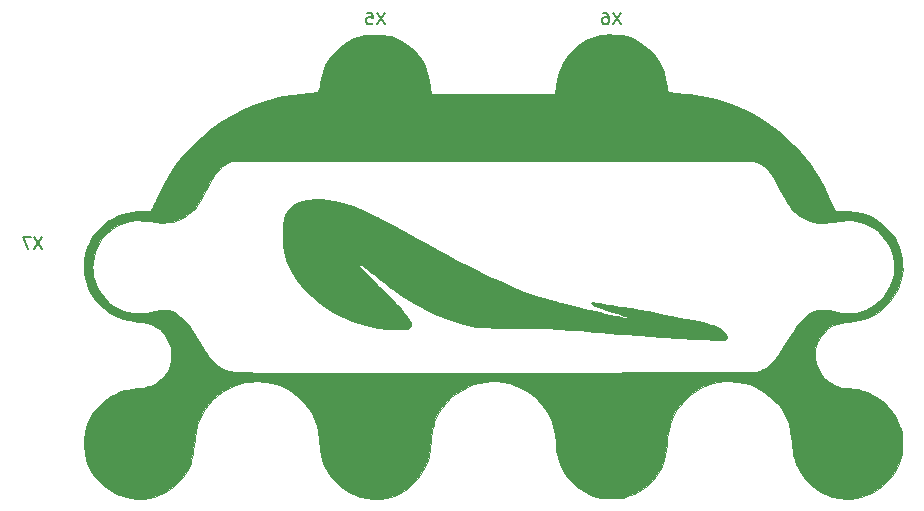
<source format=gbr>
G04 #@! TF.FileFunction,Legend,Bot*
%FSLAX46Y46*%
G04 Gerber Fmt 4.6, Leading zero omitted, Abs format (unit mm)*
G04 Created by KiCad (PCBNEW 4.0.7-e2-6376~58~ubuntu16.04.1) date Fri Oct  5 04:37:02 2018*
%MOMM*%
%LPD*%
G01*
G04 APERTURE LIST*
%ADD10C,0.100000*%
%ADD11C,0.010000*%
%ADD12C,0.150000*%
G04 APERTURE END LIST*
D10*
D11*
G36*
X110466994Y-58330877D02*
X110030856Y-58389962D01*
X109636821Y-58485579D01*
X109251090Y-58627716D01*
X108904190Y-58792732D01*
X108350975Y-59123592D01*
X107858337Y-59513084D01*
X107427432Y-59960083D01*
X107059416Y-60463465D01*
X106890297Y-60752667D01*
X106713442Y-61110490D01*
X106576078Y-61461736D01*
X106471913Y-61828718D01*
X106394655Y-62233751D01*
X106338010Y-62699150D01*
X106336272Y-62717354D01*
X106309611Y-62942033D01*
X106277330Y-63124488D01*
X106242790Y-63247367D01*
X106227624Y-63278271D01*
X106162715Y-63377334D01*
X95794952Y-63377334D01*
X95735487Y-63282084D01*
X95705264Y-63195212D01*
X95677545Y-63046489D01*
X95656214Y-62858715D01*
X95650766Y-62784667D01*
X95577667Y-62140056D01*
X95441003Y-61547729D01*
X95237941Y-61000975D01*
X94965646Y-60493084D01*
X94621283Y-60017344D01*
X94356856Y-59721551D01*
X93906540Y-59310140D01*
X93412584Y-58961392D01*
X92885797Y-58681447D01*
X92336986Y-58476445D01*
X92025334Y-58396939D01*
X91744538Y-58353007D01*
X91411652Y-58326035D01*
X91050951Y-58315835D01*
X90686712Y-58322217D01*
X90343208Y-58344993D01*
X90044716Y-58383974D01*
X89903701Y-58413452D01*
X89487335Y-58541423D01*
X89061572Y-58714791D01*
X88663096Y-58917620D01*
X88465300Y-59038292D01*
X88249629Y-59197833D01*
X88005119Y-59407807D01*
X87750808Y-59649194D01*
X87505732Y-59902970D01*
X87288926Y-60150116D01*
X87119428Y-60371610D01*
X87095776Y-60406731D01*
X86804341Y-60924108D01*
X86577650Y-61483909D01*
X86422548Y-62066785D01*
X86359148Y-62488876D01*
X86326002Y-62738188D01*
X86275883Y-62925691D01*
X86197229Y-63061013D01*
X86078477Y-63153786D01*
X85908064Y-63213638D01*
X85674427Y-63250201D01*
X85421334Y-63269932D01*
X84710257Y-63330088D01*
X83977568Y-63424945D01*
X83250428Y-63549922D01*
X82555995Y-63700439D01*
X82012247Y-63844886D01*
X80944606Y-64196430D01*
X79930908Y-64611831D01*
X78966470Y-65093864D01*
X78046605Y-65645302D01*
X77166629Y-66268921D01*
X76321856Y-66967495D01*
X75620014Y-67630255D01*
X74867804Y-68439668D01*
X74187192Y-69291567D01*
X73575479Y-70189989D01*
X73029965Y-71138973D01*
X72547951Y-72142557D01*
X72449284Y-72373167D01*
X72325803Y-72660347D01*
X72224193Y-72877436D01*
X72138742Y-73034391D01*
X72063739Y-73141171D01*
X71993474Y-73207732D01*
X71958438Y-73228989D01*
X71858548Y-73255091D01*
X71682589Y-73273120D01*
X71438839Y-73282364D01*
X71324334Y-73283443D01*
X70836821Y-73294483D01*
X70412879Y-73327674D01*
X70033349Y-73387167D01*
X69679070Y-73477113D01*
X69330884Y-73601663D01*
X68969630Y-73764968D01*
X68869000Y-73815409D01*
X68329644Y-74136807D01*
X67846301Y-74520952D01*
X67421792Y-74964720D01*
X67058939Y-75464986D01*
X66760562Y-76018628D01*
X66654554Y-76267834D01*
X66466492Y-76855760D01*
X66359982Y-77450095D01*
X66332897Y-78044359D01*
X66383107Y-78632075D01*
X66508484Y-79206766D01*
X66706901Y-79761954D01*
X66976229Y-80291161D01*
X67314339Y-80787910D01*
X67719105Y-81245723D01*
X68188396Y-81658122D01*
X68498455Y-81880009D01*
X68862620Y-82096189D01*
X69244106Y-82271389D01*
X69657566Y-82410184D01*
X70117656Y-82517147D01*
X70639027Y-82596854D01*
X70879438Y-82623267D01*
X71331348Y-82679261D01*
X71714110Y-82753808D01*
X72042300Y-82852889D01*
X72330499Y-82982483D01*
X72593285Y-83148568D01*
X72845235Y-83357123D01*
X72975344Y-83482864D01*
X73229291Y-83768657D01*
X73424118Y-84061732D01*
X73577168Y-84391146D01*
X73659403Y-84628667D01*
X73704117Y-84787062D01*
X73733054Y-84936137D01*
X73749142Y-85101707D01*
X73755308Y-85309582D01*
X73755406Y-85475334D01*
X73751465Y-85718041D01*
X73740541Y-85902744D01*
X73719062Y-86056038D01*
X73683456Y-86204517D01*
X73637622Y-86352248D01*
X73460400Y-86767067D01*
X73217473Y-87149600D01*
X72919979Y-87486412D01*
X72579056Y-87764069D01*
X72356390Y-87897676D01*
X72179847Y-87983825D01*
X72004127Y-88053916D01*
X71813449Y-88111815D01*
X71592031Y-88161392D01*
X71324091Y-88206513D01*
X70993847Y-88251047D01*
X70837500Y-88269949D01*
X70423481Y-88323831D01*
X70076393Y-88381378D01*
X69778505Y-88446979D01*
X69512084Y-88525022D01*
X69259399Y-88619896D01*
X69054310Y-88711295D01*
X68647146Y-88923529D01*
X68291950Y-89155435D01*
X67956073Y-89429521D01*
X67796463Y-89578478D01*
X67390813Y-90014427D01*
X67058353Y-90471766D01*
X66787927Y-90968203D01*
X66568379Y-91521444D01*
X66564018Y-91534443D01*
X66431892Y-92047088D01*
X66361694Y-92594844D01*
X66353010Y-93157341D01*
X66405428Y-93714209D01*
X66518536Y-94245077D01*
X66625470Y-94569326D01*
X66888770Y-95143080D01*
X67217295Y-95668715D01*
X67605375Y-96141613D01*
X68047344Y-96557152D01*
X68537532Y-96910713D01*
X69070271Y-97197676D01*
X69639893Y-97413421D01*
X70240729Y-97553329D01*
X70297685Y-97562276D01*
X70844464Y-97616578D01*
X71364576Y-97606658D01*
X71885428Y-97530687D01*
X72293260Y-97429201D01*
X72852262Y-97225306D01*
X73387313Y-96945985D01*
X73888380Y-96599324D01*
X74345429Y-96193412D01*
X74748426Y-95736337D01*
X75087338Y-95236187D01*
X75148939Y-95127334D01*
X75243087Y-94945527D01*
X75324505Y-94763536D01*
X75395508Y-94571173D01*
X75458413Y-94358248D01*
X75515538Y-94114575D01*
X75569200Y-93829964D01*
X75621714Y-93494227D01*
X75675398Y-93097176D01*
X75732569Y-92628623D01*
X75748790Y-92489517D01*
X75834734Y-91911150D01*
X75954741Y-91395348D01*
X76115750Y-90924474D01*
X76324702Y-90480889D01*
X76588539Y-90046953D01*
X76853230Y-89682699D01*
X77236137Y-89248017D01*
X77677251Y-88850352D01*
X78162746Y-88498310D01*
X78678797Y-88200494D01*
X79211578Y-87965510D01*
X79747264Y-87801962D01*
X79939167Y-87762047D01*
X80199786Y-87726784D01*
X80517525Y-87702134D01*
X80865422Y-87688779D01*
X81216515Y-87687398D01*
X81543843Y-87698675D01*
X81759500Y-87716061D01*
X82322630Y-87817765D01*
X82885245Y-87998436D01*
X83436913Y-88252960D01*
X83967200Y-88576220D01*
X84465674Y-88963101D01*
X84655462Y-89136089D01*
X85068405Y-89573652D01*
X85414357Y-90038929D01*
X85710910Y-90555891D01*
X85739391Y-90613113D01*
X85837940Y-90818633D01*
X85921699Y-91007824D01*
X85993047Y-91191340D01*
X86054366Y-91379836D01*
X86108036Y-91583966D01*
X86156438Y-91814386D01*
X86201952Y-92081748D01*
X86246960Y-92396708D01*
X86293841Y-92769920D01*
X86344977Y-93212038D01*
X86369799Y-93434398D01*
X86466521Y-94029669D01*
X86621419Y-94572308D01*
X86839714Y-95075745D01*
X87126627Y-95553412D01*
X87270996Y-95752395D01*
X87667152Y-96204512D01*
X88121533Y-96603984D01*
X88623710Y-96945247D01*
X89163256Y-97222735D01*
X89729741Y-97430885D01*
X90312737Y-97564132D01*
X90755334Y-97611607D01*
X91379017Y-97603821D01*
X91989514Y-97514180D01*
X92579952Y-97345261D01*
X93143455Y-97099640D01*
X93673149Y-96779894D01*
X94162158Y-96388599D01*
X94257381Y-96299176D01*
X94553924Y-95981038D01*
X94820353Y-95624047D01*
X95069648Y-95209836D01*
X95190107Y-94979167D01*
X95306509Y-94738646D01*
X95401630Y-94519385D01*
X95478890Y-94306926D01*
X95541711Y-94086810D01*
X95593514Y-93844579D01*
X95637721Y-93565776D01*
X95677754Y-93235943D01*
X95717034Y-92840620D01*
X95730031Y-92697614D01*
X95764808Y-92340804D01*
X95800894Y-92048706D01*
X95842121Y-91801399D01*
X95892322Y-91578966D01*
X95955327Y-91361489D01*
X96028133Y-91148000D01*
X96282734Y-90562603D01*
X96610395Y-90011375D01*
X97004029Y-89501191D01*
X97456549Y-89038931D01*
X97960866Y-88631470D01*
X98509895Y-88285686D01*
X99096548Y-88008457D01*
X99365254Y-87909803D01*
X99804091Y-87793452D01*
X100294459Y-87716909D01*
X100812804Y-87680857D01*
X101335572Y-87685979D01*
X101839210Y-87732957D01*
X102300164Y-87822473D01*
X102308148Y-87824536D01*
X102957408Y-88034775D01*
X103560039Y-88315197D01*
X104113563Y-88663744D01*
X104615506Y-89078358D01*
X105063390Y-89556980D01*
X105454740Y-90097551D01*
X105787079Y-90698013D01*
X105801782Y-90728893D01*
X105953258Y-91082191D01*
X106075486Y-91444930D01*
X106171985Y-91832996D01*
X106246274Y-92262276D01*
X106301872Y-92748659D01*
X106330557Y-93116500D01*
X106362999Y-93496783D01*
X106408891Y-93820468D01*
X106474213Y-94115295D01*
X106564947Y-94409003D01*
X106668259Y-94682834D01*
X106937836Y-95243131D01*
X107276368Y-95756676D01*
X107680019Y-96219953D01*
X108144948Y-96629447D01*
X108667319Y-96981642D01*
X109243294Y-97273024D01*
X109678334Y-97439605D01*
X109795996Y-97478361D01*
X109897640Y-97507816D01*
X109997346Y-97529252D01*
X110109196Y-97543951D01*
X110247270Y-97553195D01*
X110425647Y-97558266D01*
X110658408Y-97560448D01*
X110959634Y-97561022D01*
X111011834Y-97561049D01*
X111985500Y-97561500D01*
X112375090Y-97425392D01*
X112962533Y-97181030D01*
X113507627Y-96875493D01*
X114003001Y-96514795D01*
X114441282Y-96104949D01*
X114815099Y-95651969D01*
X115092254Y-95208797D01*
X115259976Y-94876357D01*
X115392945Y-94560833D01*
X115496423Y-94242676D01*
X115575676Y-93902335D01*
X115635968Y-93520261D01*
X115682563Y-93076905D01*
X115689869Y-92989500D01*
X115756724Y-92364657D01*
X115852743Y-91808069D01*
X115982078Y-91307103D01*
X116148881Y-90849126D01*
X116357305Y-90421505D01*
X116611501Y-90011607D01*
X116717776Y-89862192D01*
X117155756Y-89333274D01*
X117639536Y-88873555D01*
X118165304Y-88485003D01*
X118729252Y-88169587D01*
X119327570Y-87929277D01*
X119956447Y-87766039D01*
X120612074Y-87681844D01*
X120960167Y-87669959D01*
X121644741Y-87707189D01*
X122297033Y-87822592D01*
X122916396Y-88015902D01*
X123502184Y-88286854D01*
X124053752Y-88635183D01*
X124570452Y-89060624D01*
X124731775Y-89216465D01*
X125167705Y-89700557D01*
X125525634Y-90203027D01*
X125809919Y-90733099D01*
X126024923Y-91299997D01*
X126175005Y-91912945D01*
X126249658Y-92427571D01*
X126277969Y-92691347D01*
X126307930Y-92969130D01*
X126336062Y-93228748D01*
X126358888Y-93438027D01*
X126359868Y-93446964D01*
X126428490Y-93907560D01*
X126531877Y-94320732D01*
X126679416Y-94719832D01*
X126779979Y-94939644D01*
X127081928Y-95471555D01*
X127447701Y-95959871D01*
X127869084Y-96397521D01*
X128337864Y-96777433D01*
X128845829Y-97092537D01*
X129384764Y-97335762D01*
X129674131Y-97431371D01*
X129880409Y-97480674D01*
X130139925Y-97527439D01*
X130425025Y-97568129D01*
X130708058Y-97599206D01*
X130961372Y-97617131D01*
X131141334Y-97619087D01*
X131255964Y-97612142D01*
X131421492Y-97599013D01*
X131604611Y-97582370D01*
X131628167Y-97580068D01*
X132113980Y-97493680D01*
X132610009Y-97333177D01*
X133102651Y-97105694D01*
X133578301Y-96818362D01*
X134023356Y-96478315D01*
X134385188Y-96134488D01*
X134781249Y-95662103D01*
X135107463Y-95153517D01*
X135371154Y-94596408D01*
X135486925Y-94280667D01*
X135525079Y-94164186D01*
X135554170Y-94063380D01*
X135575426Y-93964409D01*
X135590077Y-93853436D01*
X135599351Y-93716620D01*
X135604477Y-93540124D01*
X135606684Y-93310108D01*
X135607201Y-93012733D01*
X135607210Y-92926000D01*
X135606946Y-92609829D01*
X135605338Y-92364725D01*
X135601169Y-92177086D01*
X135593222Y-92033313D01*
X135580282Y-91919806D01*
X135561132Y-91822964D01*
X135534557Y-91729188D01*
X135499339Y-91624876D01*
X135487965Y-91592500D01*
X135227939Y-90972803D01*
X134904267Y-90408793D01*
X134517837Y-89901431D01*
X134069539Y-89451676D01*
X133560264Y-89060489D01*
X132990899Y-88728828D01*
X132713078Y-88598276D01*
X132322236Y-88455321D01*
X131887864Y-88351822D01*
X131395312Y-88284603D01*
X131188568Y-88267825D01*
X130841609Y-88238669D01*
X130556898Y-88200052D01*
X130312123Y-88146724D01*
X130084969Y-88073432D01*
X129853125Y-87974925D01*
X129765500Y-87932910D01*
X129367396Y-87691311D01*
X129021767Y-87384454D01*
X128731685Y-87015838D01*
X128500220Y-86588963D01*
X128426211Y-86406667D01*
X128362922Y-86223624D01*
X128320891Y-86062228D01*
X128294586Y-85891922D01*
X128278476Y-85682149D01*
X128272759Y-85558908D01*
X128269970Y-85221001D01*
X128296299Y-84933758D01*
X128358202Y-84666268D01*
X128462133Y-84387617D01*
X128562565Y-84170965D01*
X128682123Y-83951720D01*
X128818256Y-83758505D01*
X128994242Y-83559557D01*
X129059765Y-83492521D01*
X129302796Y-83268181D01*
X129547674Y-83088018D01*
X129809503Y-82945699D01*
X130103385Y-82834892D01*
X130444422Y-82749263D01*
X130847719Y-82682478D01*
X131052086Y-82657052D01*
X131538030Y-82593050D01*
X131956405Y-82518379D01*
X132324094Y-82428372D01*
X132657982Y-82318363D01*
X132974954Y-82183684D01*
X133225361Y-82056309D01*
X133747405Y-81725875D01*
X134217065Y-81332258D01*
X134629547Y-80882301D01*
X134980056Y-80382850D01*
X135263795Y-79840749D01*
X135475969Y-79262842D01*
X135611782Y-78655973D01*
X135612901Y-78648719D01*
X135664888Y-78047882D01*
X135662100Y-77982334D01*
X134930167Y-77982334D01*
X134924316Y-78340963D01*
X134903809Y-78638467D01*
X134864218Y-78897771D01*
X134801114Y-79141795D01*
X134710069Y-79393463D01*
X134614941Y-79613937D01*
X134371100Y-80058360D01*
X134057811Y-80480637D01*
X133688901Y-80867368D01*
X133278199Y-81205154D01*
X132839533Y-81480597D01*
X132543849Y-81620726D01*
X132266191Y-81728063D01*
X132019138Y-81804544D01*
X131777046Y-81854865D01*
X131514275Y-81883725D01*
X131205180Y-81895821D01*
X131035500Y-81897051D01*
X130774452Y-81895526D01*
X130571819Y-81888739D01*
X130401379Y-81873610D01*
X130236909Y-81847057D01*
X130052186Y-81805998D01*
X129870163Y-81760108D01*
X129381131Y-81658144D01*
X128940597Y-81620349D01*
X128539813Y-81648517D01*
X128170028Y-81744440D01*
X127822492Y-81909909D01*
X127488457Y-82146717D01*
X127338520Y-82278610D01*
X127161985Y-82451844D01*
X126993800Y-82637063D01*
X126825884Y-82845279D01*
X126650158Y-83087509D01*
X126458540Y-83374766D01*
X126242950Y-83718065D01*
X126055798Y-84027068D01*
X125743693Y-84539683D01*
X125461828Y-84982137D01*
X125204386Y-85360876D01*
X124965551Y-85682346D01*
X124739509Y-85952991D01*
X124520443Y-86179258D01*
X124302538Y-86367592D01*
X124079977Y-86524439D01*
X123846945Y-86656243D01*
X123597627Y-86769452D01*
X123571986Y-86779833D01*
X123288500Y-86893500D01*
X117192500Y-86915158D01*
X116315531Y-86918122D01*
X115396131Y-86920941D01*
X114437379Y-86923614D01*
X113442352Y-86926143D01*
X112414129Y-86928526D01*
X111355788Y-86930764D01*
X110270406Y-86932858D01*
X109161061Y-86934806D01*
X108030831Y-86936610D01*
X106882794Y-86938269D01*
X105720028Y-86939783D01*
X104545611Y-86941153D01*
X103362621Y-86942378D01*
X102174135Y-86943459D01*
X100983231Y-86944395D01*
X99792988Y-86945187D01*
X98606483Y-86945834D01*
X97426794Y-86946337D01*
X96256999Y-86946696D01*
X95100176Y-86946911D01*
X93959402Y-86946981D01*
X92837757Y-86946908D01*
X91738316Y-86946691D01*
X90664160Y-86946330D01*
X89618364Y-86945825D01*
X88604008Y-86945176D01*
X87624169Y-86944383D01*
X86681924Y-86943447D01*
X85780353Y-86942367D01*
X84922532Y-86941144D01*
X84111540Y-86939777D01*
X83350455Y-86938267D01*
X82642354Y-86936613D01*
X81990315Y-86934816D01*
X81397416Y-86932876D01*
X80866736Y-86930793D01*
X80401351Y-86928567D01*
X80004340Y-86926197D01*
X79678781Y-86923685D01*
X79427752Y-86921030D01*
X79254330Y-86918232D01*
X79161594Y-86915291D01*
X79150139Y-86914401D01*
X78694732Y-86835481D01*
X78293986Y-86704887D01*
X77929551Y-86513815D01*
X77583074Y-86253460D01*
X77381842Y-86065973D01*
X77217442Y-85895225D01*
X77060206Y-85714979D01*
X76902481Y-85514510D01*
X76736611Y-85283094D01*
X76554942Y-85010008D01*
X76349819Y-84684529D01*
X76113586Y-84295932D01*
X76088674Y-84254384D01*
X75864925Y-83883076D01*
X75675744Y-83575172D01*
X75513894Y-83320448D01*
X75372142Y-83108681D01*
X75243254Y-82929645D01*
X75119996Y-82773117D01*
X74995132Y-82628874D01*
X74861429Y-82486690D01*
X74778260Y-82402418D01*
X74448243Y-82104903D01*
X74124998Y-81884229D01*
X73795439Y-81734935D01*
X73446478Y-81651559D01*
X73065028Y-81628637D01*
X72935061Y-81633118D01*
X72732148Y-81653690D01*
X72486194Y-81692745D01*
X72235061Y-81743798D01*
X72107500Y-81774889D01*
X71909008Y-81824498D01*
X71741035Y-81858692D01*
X71578432Y-81880269D01*
X71396050Y-81892029D01*
X71168741Y-81896771D01*
X71006834Y-81897410D01*
X70734277Y-81895409D01*
X70523585Y-81887521D01*
X70352037Y-81871521D01*
X70196911Y-81845183D01*
X70035485Y-81806280D01*
X70012000Y-81799952D01*
X69471136Y-81610178D01*
X68969717Y-81348796D01*
X68513566Y-81021904D01*
X68108509Y-80635602D01*
X67760368Y-80195986D01*
X67474970Y-79709154D01*
X67258137Y-79181206D01*
X67154192Y-78807834D01*
X67116336Y-78577884D01*
X67091802Y-78295683D01*
X67082057Y-77992813D01*
X67088565Y-77700856D01*
X67097258Y-77580665D01*
X67189559Y-77028520D01*
X67359925Y-76500483D01*
X67603501Y-76003557D01*
X67915431Y-75544748D01*
X68290861Y-75131059D01*
X68724933Y-74769493D01*
X69212793Y-74467055D01*
X69279778Y-74432513D01*
X69760544Y-74236182D01*
X70282634Y-74108711D01*
X70836621Y-74051193D01*
X71413076Y-74064720D01*
X71895834Y-74129574D01*
X72470378Y-74215517D01*
X72988957Y-74248858D01*
X73463493Y-74227587D01*
X73905908Y-74149697D01*
X74328125Y-74013178D01*
X74742064Y-73816024D01*
X75113851Y-73587471D01*
X75292368Y-73462155D01*
X75449970Y-73338422D01*
X75593231Y-73207345D01*
X75728724Y-73059996D01*
X75863023Y-72887446D01*
X76002702Y-72680770D01*
X76154333Y-72431038D01*
X76324490Y-72129323D01*
X76519747Y-71766697D01*
X76682938Y-71456422D01*
X76945360Y-70968200D01*
X77185856Y-70552825D01*
X77410473Y-70203230D01*
X77625252Y-69912349D01*
X77836240Y-69673114D01*
X78049480Y-69478460D01*
X78271017Y-69321319D01*
X78506894Y-69194625D01*
X78679804Y-69121785D01*
X78923167Y-69028834D01*
X100746000Y-69016777D01*
X102600521Y-69015829D01*
X104370820Y-69015080D01*
X106057341Y-69014532D01*
X107660530Y-69014185D01*
X109180831Y-69014039D01*
X110618688Y-69014096D01*
X111974546Y-69014355D01*
X113248849Y-69014818D01*
X114442043Y-69015485D01*
X115554572Y-69016357D01*
X116586880Y-69017435D01*
X117539411Y-69018718D01*
X118412612Y-69020208D01*
X119206925Y-69021906D01*
X119922796Y-69023812D01*
X120560669Y-69025926D01*
X121120988Y-69028249D01*
X121604199Y-69030783D01*
X122010746Y-69033527D01*
X122341074Y-69036482D01*
X122595626Y-69039648D01*
X122774848Y-69043028D01*
X122879185Y-69046620D01*
X122903715Y-69048536D01*
X123309481Y-69141255D01*
X123682880Y-69309915D01*
X124026877Y-69556281D01*
X124344437Y-69882116D01*
X124382325Y-69928401D01*
X124499349Y-70078848D01*
X124610694Y-70233794D01*
X124723031Y-70404379D01*
X124843035Y-70601741D01*
X124977377Y-70837021D01*
X125132730Y-71121356D01*
X125315768Y-71465886D01*
X125403454Y-71633034D01*
X125615946Y-72033408D01*
X125800713Y-72366436D01*
X125964991Y-72641879D01*
X126116016Y-72869503D01*
X126261025Y-73059071D01*
X126407254Y-73220347D01*
X126561940Y-73363094D01*
X126732319Y-73497076D01*
X126843863Y-73576472D01*
X127337746Y-73873196D01*
X127844630Y-74090617D01*
X128132996Y-74176854D01*
X128290661Y-74213581D01*
X128433116Y-74237549D01*
X128583060Y-74250350D01*
X128763195Y-74253576D01*
X128996221Y-74248818D01*
X129106663Y-74245131D01*
X129516698Y-74220254D01*
X129898137Y-74177229D01*
X130167667Y-74130829D01*
X130533416Y-74076007D01*
X130932416Y-74052476D01*
X131336954Y-74059669D01*
X131719321Y-74097021D01*
X132051803Y-74163964D01*
X132072667Y-74169793D01*
X132605234Y-74364937D01*
X133101042Y-74632541D01*
X133553464Y-74965939D01*
X133955868Y-75358468D01*
X134301625Y-75803462D01*
X134584107Y-76294256D01*
X134796682Y-76824185D01*
X134833353Y-76945167D01*
X134871135Y-77088617D01*
X134897804Y-77224586D01*
X134915193Y-77372740D01*
X134925141Y-77552746D01*
X134929481Y-77784270D01*
X134930167Y-77982334D01*
X135662100Y-77982334D01*
X135639296Y-77446320D01*
X135538612Y-76855468D01*
X135365321Y-76286763D01*
X135121909Y-75751639D01*
X134905636Y-75395046D01*
X134744828Y-75182120D01*
X134535380Y-74939577D01*
X134296982Y-74687795D01*
X134049324Y-74447154D01*
X133812094Y-74238032D01*
X133706537Y-74153939D01*
X133258505Y-73856969D01*
X132774575Y-73623812D01*
X132248439Y-73452608D01*
X131673788Y-73341499D01*
X131044312Y-73288627D01*
X130751475Y-73283334D01*
X130074636Y-73283334D01*
X129956221Y-73156569D01*
X129892933Y-73067155D01*
X129810311Y-72919862D01*
X129719473Y-72735813D01*
X129638680Y-72553319D01*
X129394684Y-72003567D01*
X129114718Y-71431494D01*
X128810414Y-70858248D01*
X128493403Y-70304973D01*
X128175318Y-69792818D01*
X127888815Y-69372070D01*
X127543289Y-68918744D01*
X127144046Y-68442206D01*
X126707568Y-67959630D01*
X126250337Y-67488193D01*
X125788836Y-67045070D01*
X125339546Y-66647437D01*
X125044175Y-66407720D01*
X124129440Y-65749139D01*
X123178661Y-65167033D01*
X122192571Y-64661759D01*
X121171903Y-64233670D01*
X120117391Y-63883122D01*
X119488224Y-63714905D01*
X119001918Y-63602894D01*
X118534256Y-63510305D01*
X118061759Y-63433481D01*
X117560949Y-63368770D01*
X117008346Y-63312516D01*
X116769167Y-63291700D01*
X116451136Y-63261619D01*
X116207292Y-63229753D01*
X116027158Y-63193809D01*
X115900254Y-63151498D01*
X115816104Y-63100527D01*
X115793010Y-63078248D01*
X115744577Y-62978464D01*
X115705397Y-62798218D01*
X115684970Y-62636155D01*
X115591400Y-62064970D01*
X115430777Y-61502170D01*
X115209608Y-60960944D01*
X114934397Y-60454484D01*
X114611653Y-59995979D01*
X114247879Y-59598620D01*
X114137049Y-59497931D01*
X113628231Y-59101452D01*
X113105580Y-58786740D01*
X112563458Y-58552003D01*
X111996227Y-58395447D01*
X111398247Y-58315280D01*
X110763881Y-58309709D01*
X110466994Y-58330877D01*
X110466994Y-58330877D01*
G37*
X110466994Y-58330877D02*
X110030856Y-58389962D01*
X109636821Y-58485579D01*
X109251090Y-58627716D01*
X108904190Y-58792732D01*
X108350975Y-59123592D01*
X107858337Y-59513084D01*
X107427432Y-59960083D01*
X107059416Y-60463465D01*
X106890297Y-60752667D01*
X106713442Y-61110490D01*
X106576078Y-61461736D01*
X106471913Y-61828718D01*
X106394655Y-62233751D01*
X106338010Y-62699150D01*
X106336272Y-62717354D01*
X106309611Y-62942033D01*
X106277330Y-63124488D01*
X106242790Y-63247367D01*
X106227624Y-63278271D01*
X106162715Y-63377334D01*
X95794952Y-63377334D01*
X95735487Y-63282084D01*
X95705264Y-63195212D01*
X95677545Y-63046489D01*
X95656214Y-62858715D01*
X95650766Y-62784667D01*
X95577667Y-62140056D01*
X95441003Y-61547729D01*
X95237941Y-61000975D01*
X94965646Y-60493084D01*
X94621283Y-60017344D01*
X94356856Y-59721551D01*
X93906540Y-59310140D01*
X93412584Y-58961392D01*
X92885797Y-58681447D01*
X92336986Y-58476445D01*
X92025334Y-58396939D01*
X91744538Y-58353007D01*
X91411652Y-58326035D01*
X91050951Y-58315835D01*
X90686712Y-58322217D01*
X90343208Y-58344993D01*
X90044716Y-58383974D01*
X89903701Y-58413452D01*
X89487335Y-58541423D01*
X89061572Y-58714791D01*
X88663096Y-58917620D01*
X88465300Y-59038292D01*
X88249629Y-59197833D01*
X88005119Y-59407807D01*
X87750808Y-59649194D01*
X87505732Y-59902970D01*
X87288926Y-60150116D01*
X87119428Y-60371610D01*
X87095776Y-60406731D01*
X86804341Y-60924108D01*
X86577650Y-61483909D01*
X86422548Y-62066785D01*
X86359148Y-62488876D01*
X86326002Y-62738188D01*
X86275883Y-62925691D01*
X86197229Y-63061013D01*
X86078477Y-63153786D01*
X85908064Y-63213638D01*
X85674427Y-63250201D01*
X85421334Y-63269932D01*
X84710257Y-63330088D01*
X83977568Y-63424945D01*
X83250428Y-63549922D01*
X82555995Y-63700439D01*
X82012247Y-63844886D01*
X80944606Y-64196430D01*
X79930908Y-64611831D01*
X78966470Y-65093864D01*
X78046605Y-65645302D01*
X77166629Y-66268921D01*
X76321856Y-66967495D01*
X75620014Y-67630255D01*
X74867804Y-68439668D01*
X74187192Y-69291567D01*
X73575479Y-70189989D01*
X73029965Y-71138973D01*
X72547951Y-72142557D01*
X72449284Y-72373167D01*
X72325803Y-72660347D01*
X72224193Y-72877436D01*
X72138742Y-73034391D01*
X72063739Y-73141171D01*
X71993474Y-73207732D01*
X71958438Y-73228989D01*
X71858548Y-73255091D01*
X71682589Y-73273120D01*
X71438839Y-73282364D01*
X71324334Y-73283443D01*
X70836821Y-73294483D01*
X70412879Y-73327674D01*
X70033349Y-73387167D01*
X69679070Y-73477113D01*
X69330884Y-73601663D01*
X68969630Y-73764968D01*
X68869000Y-73815409D01*
X68329644Y-74136807D01*
X67846301Y-74520952D01*
X67421792Y-74964720D01*
X67058939Y-75464986D01*
X66760562Y-76018628D01*
X66654554Y-76267834D01*
X66466492Y-76855760D01*
X66359982Y-77450095D01*
X66332897Y-78044359D01*
X66383107Y-78632075D01*
X66508484Y-79206766D01*
X66706901Y-79761954D01*
X66976229Y-80291161D01*
X67314339Y-80787910D01*
X67719105Y-81245723D01*
X68188396Y-81658122D01*
X68498455Y-81880009D01*
X68862620Y-82096189D01*
X69244106Y-82271389D01*
X69657566Y-82410184D01*
X70117656Y-82517147D01*
X70639027Y-82596854D01*
X70879438Y-82623267D01*
X71331348Y-82679261D01*
X71714110Y-82753808D01*
X72042300Y-82852889D01*
X72330499Y-82982483D01*
X72593285Y-83148568D01*
X72845235Y-83357123D01*
X72975344Y-83482864D01*
X73229291Y-83768657D01*
X73424118Y-84061732D01*
X73577168Y-84391146D01*
X73659403Y-84628667D01*
X73704117Y-84787062D01*
X73733054Y-84936137D01*
X73749142Y-85101707D01*
X73755308Y-85309582D01*
X73755406Y-85475334D01*
X73751465Y-85718041D01*
X73740541Y-85902744D01*
X73719062Y-86056038D01*
X73683456Y-86204517D01*
X73637622Y-86352248D01*
X73460400Y-86767067D01*
X73217473Y-87149600D01*
X72919979Y-87486412D01*
X72579056Y-87764069D01*
X72356390Y-87897676D01*
X72179847Y-87983825D01*
X72004127Y-88053916D01*
X71813449Y-88111815D01*
X71592031Y-88161392D01*
X71324091Y-88206513D01*
X70993847Y-88251047D01*
X70837500Y-88269949D01*
X70423481Y-88323831D01*
X70076393Y-88381378D01*
X69778505Y-88446979D01*
X69512084Y-88525022D01*
X69259399Y-88619896D01*
X69054310Y-88711295D01*
X68647146Y-88923529D01*
X68291950Y-89155435D01*
X67956073Y-89429521D01*
X67796463Y-89578478D01*
X67390813Y-90014427D01*
X67058353Y-90471766D01*
X66787927Y-90968203D01*
X66568379Y-91521444D01*
X66564018Y-91534443D01*
X66431892Y-92047088D01*
X66361694Y-92594844D01*
X66353010Y-93157341D01*
X66405428Y-93714209D01*
X66518536Y-94245077D01*
X66625470Y-94569326D01*
X66888770Y-95143080D01*
X67217295Y-95668715D01*
X67605375Y-96141613D01*
X68047344Y-96557152D01*
X68537532Y-96910713D01*
X69070271Y-97197676D01*
X69639893Y-97413421D01*
X70240729Y-97553329D01*
X70297685Y-97562276D01*
X70844464Y-97616578D01*
X71364576Y-97606658D01*
X71885428Y-97530687D01*
X72293260Y-97429201D01*
X72852262Y-97225306D01*
X73387313Y-96945985D01*
X73888380Y-96599324D01*
X74345429Y-96193412D01*
X74748426Y-95736337D01*
X75087338Y-95236187D01*
X75148939Y-95127334D01*
X75243087Y-94945527D01*
X75324505Y-94763536D01*
X75395508Y-94571173D01*
X75458413Y-94358248D01*
X75515538Y-94114575D01*
X75569200Y-93829964D01*
X75621714Y-93494227D01*
X75675398Y-93097176D01*
X75732569Y-92628623D01*
X75748790Y-92489517D01*
X75834734Y-91911150D01*
X75954741Y-91395348D01*
X76115750Y-90924474D01*
X76324702Y-90480889D01*
X76588539Y-90046953D01*
X76853230Y-89682699D01*
X77236137Y-89248017D01*
X77677251Y-88850352D01*
X78162746Y-88498310D01*
X78678797Y-88200494D01*
X79211578Y-87965510D01*
X79747264Y-87801962D01*
X79939167Y-87762047D01*
X80199786Y-87726784D01*
X80517525Y-87702134D01*
X80865422Y-87688779D01*
X81216515Y-87687398D01*
X81543843Y-87698675D01*
X81759500Y-87716061D01*
X82322630Y-87817765D01*
X82885245Y-87998436D01*
X83436913Y-88252960D01*
X83967200Y-88576220D01*
X84465674Y-88963101D01*
X84655462Y-89136089D01*
X85068405Y-89573652D01*
X85414357Y-90038929D01*
X85710910Y-90555891D01*
X85739391Y-90613113D01*
X85837940Y-90818633D01*
X85921699Y-91007824D01*
X85993047Y-91191340D01*
X86054366Y-91379836D01*
X86108036Y-91583966D01*
X86156438Y-91814386D01*
X86201952Y-92081748D01*
X86246960Y-92396708D01*
X86293841Y-92769920D01*
X86344977Y-93212038D01*
X86369799Y-93434398D01*
X86466521Y-94029669D01*
X86621419Y-94572308D01*
X86839714Y-95075745D01*
X87126627Y-95553412D01*
X87270996Y-95752395D01*
X87667152Y-96204512D01*
X88121533Y-96603984D01*
X88623710Y-96945247D01*
X89163256Y-97222735D01*
X89729741Y-97430885D01*
X90312737Y-97564132D01*
X90755334Y-97611607D01*
X91379017Y-97603821D01*
X91989514Y-97514180D01*
X92579952Y-97345261D01*
X93143455Y-97099640D01*
X93673149Y-96779894D01*
X94162158Y-96388599D01*
X94257381Y-96299176D01*
X94553924Y-95981038D01*
X94820353Y-95624047D01*
X95069648Y-95209836D01*
X95190107Y-94979167D01*
X95306509Y-94738646D01*
X95401630Y-94519385D01*
X95478890Y-94306926D01*
X95541711Y-94086810D01*
X95593514Y-93844579D01*
X95637721Y-93565776D01*
X95677754Y-93235943D01*
X95717034Y-92840620D01*
X95730031Y-92697614D01*
X95764808Y-92340804D01*
X95800894Y-92048706D01*
X95842121Y-91801399D01*
X95892322Y-91578966D01*
X95955327Y-91361489D01*
X96028133Y-91148000D01*
X96282734Y-90562603D01*
X96610395Y-90011375D01*
X97004029Y-89501191D01*
X97456549Y-89038931D01*
X97960866Y-88631470D01*
X98509895Y-88285686D01*
X99096548Y-88008457D01*
X99365254Y-87909803D01*
X99804091Y-87793452D01*
X100294459Y-87716909D01*
X100812804Y-87680857D01*
X101335572Y-87685979D01*
X101839210Y-87732957D01*
X102300164Y-87822473D01*
X102308148Y-87824536D01*
X102957408Y-88034775D01*
X103560039Y-88315197D01*
X104113563Y-88663744D01*
X104615506Y-89078358D01*
X105063390Y-89556980D01*
X105454740Y-90097551D01*
X105787079Y-90698013D01*
X105801782Y-90728893D01*
X105953258Y-91082191D01*
X106075486Y-91444930D01*
X106171985Y-91832996D01*
X106246274Y-92262276D01*
X106301872Y-92748659D01*
X106330557Y-93116500D01*
X106362999Y-93496783D01*
X106408891Y-93820468D01*
X106474213Y-94115295D01*
X106564947Y-94409003D01*
X106668259Y-94682834D01*
X106937836Y-95243131D01*
X107276368Y-95756676D01*
X107680019Y-96219953D01*
X108144948Y-96629447D01*
X108667319Y-96981642D01*
X109243294Y-97273024D01*
X109678334Y-97439605D01*
X109795996Y-97478361D01*
X109897640Y-97507816D01*
X109997346Y-97529252D01*
X110109196Y-97543951D01*
X110247270Y-97553195D01*
X110425647Y-97558266D01*
X110658408Y-97560448D01*
X110959634Y-97561022D01*
X111011834Y-97561049D01*
X111985500Y-97561500D01*
X112375090Y-97425392D01*
X112962533Y-97181030D01*
X113507627Y-96875493D01*
X114003001Y-96514795D01*
X114441282Y-96104949D01*
X114815099Y-95651969D01*
X115092254Y-95208797D01*
X115259976Y-94876357D01*
X115392945Y-94560833D01*
X115496423Y-94242676D01*
X115575676Y-93902335D01*
X115635968Y-93520261D01*
X115682563Y-93076905D01*
X115689869Y-92989500D01*
X115756724Y-92364657D01*
X115852743Y-91808069D01*
X115982078Y-91307103D01*
X116148881Y-90849126D01*
X116357305Y-90421505D01*
X116611501Y-90011607D01*
X116717776Y-89862192D01*
X117155756Y-89333274D01*
X117639536Y-88873555D01*
X118165304Y-88485003D01*
X118729252Y-88169587D01*
X119327570Y-87929277D01*
X119956447Y-87766039D01*
X120612074Y-87681844D01*
X120960167Y-87669959D01*
X121644741Y-87707189D01*
X122297033Y-87822592D01*
X122916396Y-88015902D01*
X123502184Y-88286854D01*
X124053752Y-88635183D01*
X124570452Y-89060624D01*
X124731775Y-89216465D01*
X125167705Y-89700557D01*
X125525634Y-90203027D01*
X125809919Y-90733099D01*
X126024923Y-91299997D01*
X126175005Y-91912945D01*
X126249658Y-92427571D01*
X126277969Y-92691347D01*
X126307930Y-92969130D01*
X126336062Y-93228748D01*
X126358888Y-93438027D01*
X126359868Y-93446964D01*
X126428490Y-93907560D01*
X126531877Y-94320732D01*
X126679416Y-94719832D01*
X126779979Y-94939644D01*
X127081928Y-95471555D01*
X127447701Y-95959871D01*
X127869084Y-96397521D01*
X128337864Y-96777433D01*
X128845829Y-97092537D01*
X129384764Y-97335762D01*
X129674131Y-97431371D01*
X129880409Y-97480674D01*
X130139925Y-97527439D01*
X130425025Y-97568129D01*
X130708058Y-97599206D01*
X130961372Y-97617131D01*
X131141334Y-97619087D01*
X131255964Y-97612142D01*
X131421492Y-97599013D01*
X131604611Y-97582370D01*
X131628167Y-97580068D01*
X132113980Y-97493680D01*
X132610009Y-97333177D01*
X133102651Y-97105694D01*
X133578301Y-96818362D01*
X134023356Y-96478315D01*
X134385188Y-96134488D01*
X134781249Y-95662103D01*
X135107463Y-95153517D01*
X135371154Y-94596408D01*
X135486925Y-94280667D01*
X135525079Y-94164186D01*
X135554170Y-94063380D01*
X135575426Y-93964409D01*
X135590077Y-93853436D01*
X135599351Y-93716620D01*
X135604477Y-93540124D01*
X135606684Y-93310108D01*
X135607201Y-93012733D01*
X135607210Y-92926000D01*
X135606946Y-92609829D01*
X135605338Y-92364725D01*
X135601169Y-92177086D01*
X135593222Y-92033313D01*
X135580282Y-91919806D01*
X135561132Y-91822964D01*
X135534557Y-91729188D01*
X135499339Y-91624876D01*
X135487965Y-91592500D01*
X135227939Y-90972803D01*
X134904267Y-90408793D01*
X134517837Y-89901431D01*
X134069539Y-89451676D01*
X133560264Y-89060489D01*
X132990899Y-88728828D01*
X132713078Y-88598276D01*
X132322236Y-88455321D01*
X131887864Y-88351822D01*
X131395312Y-88284603D01*
X131188568Y-88267825D01*
X130841609Y-88238669D01*
X130556898Y-88200052D01*
X130312123Y-88146724D01*
X130084969Y-88073432D01*
X129853125Y-87974925D01*
X129765500Y-87932910D01*
X129367396Y-87691311D01*
X129021767Y-87384454D01*
X128731685Y-87015838D01*
X128500220Y-86588963D01*
X128426211Y-86406667D01*
X128362922Y-86223624D01*
X128320891Y-86062228D01*
X128294586Y-85891922D01*
X128278476Y-85682149D01*
X128272759Y-85558908D01*
X128269970Y-85221001D01*
X128296299Y-84933758D01*
X128358202Y-84666268D01*
X128462133Y-84387617D01*
X128562565Y-84170965D01*
X128682123Y-83951720D01*
X128818256Y-83758505D01*
X128994242Y-83559557D01*
X129059765Y-83492521D01*
X129302796Y-83268181D01*
X129547674Y-83088018D01*
X129809503Y-82945699D01*
X130103385Y-82834892D01*
X130444422Y-82749263D01*
X130847719Y-82682478D01*
X131052086Y-82657052D01*
X131538030Y-82593050D01*
X131956405Y-82518379D01*
X132324094Y-82428372D01*
X132657982Y-82318363D01*
X132974954Y-82183684D01*
X133225361Y-82056309D01*
X133747405Y-81725875D01*
X134217065Y-81332258D01*
X134629547Y-80882301D01*
X134980056Y-80382850D01*
X135263795Y-79840749D01*
X135475969Y-79262842D01*
X135611782Y-78655973D01*
X135612901Y-78648719D01*
X135664888Y-78047882D01*
X135662100Y-77982334D01*
X134930167Y-77982334D01*
X134924316Y-78340963D01*
X134903809Y-78638467D01*
X134864218Y-78897771D01*
X134801114Y-79141795D01*
X134710069Y-79393463D01*
X134614941Y-79613937D01*
X134371100Y-80058360D01*
X134057811Y-80480637D01*
X133688901Y-80867368D01*
X133278199Y-81205154D01*
X132839533Y-81480597D01*
X132543849Y-81620726D01*
X132266191Y-81728063D01*
X132019138Y-81804544D01*
X131777046Y-81854865D01*
X131514275Y-81883725D01*
X131205180Y-81895821D01*
X131035500Y-81897051D01*
X130774452Y-81895526D01*
X130571819Y-81888739D01*
X130401379Y-81873610D01*
X130236909Y-81847057D01*
X130052186Y-81805998D01*
X129870163Y-81760108D01*
X129381131Y-81658144D01*
X128940597Y-81620349D01*
X128539813Y-81648517D01*
X128170028Y-81744440D01*
X127822492Y-81909909D01*
X127488457Y-82146717D01*
X127338520Y-82278610D01*
X127161985Y-82451844D01*
X126993800Y-82637063D01*
X126825884Y-82845279D01*
X126650158Y-83087509D01*
X126458540Y-83374766D01*
X126242950Y-83718065D01*
X126055798Y-84027068D01*
X125743693Y-84539683D01*
X125461828Y-84982137D01*
X125204386Y-85360876D01*
X124965551Y-85682346D01*
X124739509Y-85952991D01*
X124520443Y-86179258D01*
X124302538Y-86367592D01*
X124079977Y-86524439D01*
X123846945Y-86656243D01*
X123597627Y-86769452D01*
X123571986Y-86779833D01*
X123288500Y-86893500D01*
X117192500Y-86915158D01*
X116315531Y-86918122D01*
X115396131Y-86920941D01*
X114437379Y-86923614D01*
X113442352Y-86926143D01*
X112414129Y-86928526D01*
X111355788Y-86930764D01*
X110270406Y-86932858D01*
X109161061Y-86934806D01*
X108030831Y-86936610D01*
X106882794Y-86938269D01*
X105720028Y-86939783D01*
X104545611Y-86941153D01*
X103362621Y-86942378D01*
X102174135Y-86943459D01*
X100983231Y-86944395D01*
X99792988Y-86945187D01*
X98606483Y-86945834D01*
X97426794Y-86946337D01*
X96256999Y-86946696D01*
X95100176Y-86946911D01*
X93959402Y-86946981D01*
X92837757Y-86946908D01*
X91738316Y-86946691D01*
X90664160Y-86946330D01*
X89618364Y-86945825D01*
X88604008Y-86945176D01*
X87624169Y-86944383D01*
X86681924Y-86943447D01*
X85780353Y-86942367D01*
X84922532Y-86941144D01*
X84111540Y-86939777D01*
X83350455Y-86938267D01*
X82642354Y-86936613D01*
X81990315Y-86934816D01*
X81397416Y-86932876D01*
X80866736Y-86930793D01*
X80401351Y-86928567D01*
X80004340Y-86926197D01*
X79678781Y-86923685D01*
X79427752Y-86921030D01*
X79254330Y-86918232D01*
X79161594Y-86915291D01*
X79150139Y-86914401D01*
X78694732Y-86835481D01*
X78293986Y-86704887D01*
X77929551Y-86513815D01*
X77583074Y-86253460D01*
X77381842Y-86065973D01*
X77217442Y-85895225D01*
X77060206Y-85714979D01*
X76902481Y-85514510D01*
X76736611Y-85283094D01*
X76554942Y-85010008D01*
X76349819Y-84684529D01*
X76113586Y-84295932D01*
X76088674Y-84254384D01*
X75864925Y-83883076D01*
X75675744Y-83575172D01*
X75513894Y-83320448D01*
X75372142Y-83108681D01*
X75243254Y-82929645D01*
X75119996Y-82773117D01*
X74995132Y-82628874D01*
X74861429Y-82486690D01*
X74778260Y-82402418D01*
X74448243Y-82104903D01*
X74124998Y-81884229D01*
X73795439Y-81734935D01*
X73446478Y-81651559D01*
X73065028Y-81628637D01*
X72935061Y-81633118D01*
X72732148Y-81653690D01*
X72486194Y-81692745D01*
X72235061Y-81743798D01*
X72107500Y-81774889D01*
X71909008Y-81824498D01*
X71741035Y-81858692D01*
X71578432Y-81880269D01*
X71396050Y-81892029D01*
X71168741Y-81896771D01*
X71006834Y-81897410D01*
X70734277Y-81895409D01*
X70523585Y-81887521D01*
X70352037Y-81871521D01*
X70196911Y-81845183D01*
X70035485Y-81806280D01*
X70012000Y-81799952D01*
X69471136Y-81610178D01*
X68969717Y-81348796D01*
X68513566Y-81021904D01*
X68108509Y-80635602D01*
X67760368Y-80195986D01*
X67474970Y-79709154D01*
X67258137Y-79181206D01*
X67154192Y-78807834D01*
X67116336Y-78577884D01*
X67091802Y-78295683D01*
X67082057Y-77992813D01*
X67088565Y-77700856D01*
X67097258Y-77580665D01*
X67189559Y-77028520D01*
X67359925Y-76500483D01*
X67603501Y-76003557D01*
X67915431Y-75544748D01*
X68290861Y-75131059D01*
X68724933Y-74769493D01*
X69212793Y-74467055D01*
X69279778Y-74432513D01*
X69760544Y-74236182D01*
X70282634Y-74108711D01*
X70836621Y-74051193D01*
X71413076Y-74064720D01*
X71895834Y-74129574D01*
X72470378Y-74215517D01*
X72988957Y-74248858D01*
X73463493Y-74227587D01*
X73905908Y-74149697D01*
X74328125Y-74013178D01*
X74742064Y-73816024D01*
X75113851Y-73587471D01*
X75292368Y-73462155D01*
X75449970Y-73338422D01*
X75593231Y-73207345D01*
X75728724Y-73059996D01*
X75863023Y-72887446D01*
X76002702Y-72680770D01*
X76154333Y-72431038D01*
X76324490Y-72129323D01*
X76519747Y-71766697D01*
X76682938Y-71456422D01*
X76945360Y-70968200D01*
X77185856Y-70552825D01*
X77410473Y-70203230D01*
X77625252Y-69912349D01*
X77836240Y-69673114D01*
X78049480Y-69478460D01*
X78271017Y-69321319D01*
X78506894Y-69194625D01*
X78679804Y-69121785D01*
X78923167Y-69028834D01*
X100746000Y-69016777D01*
X102600521Y-69015829D01*
X104370820Y-69015080D01*
X106057341Y-69014532D01*
X107660530Y-69014185D01*
X109180831Y-69014039D01*
X110618688Y-69014096D01*
X111974546Y-69014355D01*
X113248849Y-69014818D01*
X114442043Y-69015485D01*
X115554572Y-69016357D01*
X116586880Y-69017435D01*
X117539411Y-69018718D01*
X118412612Y-69020208D01*
X119206925Y-69021906D01*
X119922796Y-69023812D01*
X120560669Y-69025926D01*
X121120988Y-69028249D01*
X121604199Y-69030783D01*
X122010746Y-69033527D01*
X122341074Y-69036482D01*
X122595626Y-69039648D01*
X122774848Y-69043028D01*
X122879185Y-69046620D01*
X122903715Y-69048536D01*
X123309481Y-69141255D01*
X123682880Y-69309915D01*
X124026877Y-69556281D01*
X124344437Y-69882116D01*
X124382325Y-69928401D01*
X124499349Y-70078848D01*
X124610694Y-70233794D01*
X124723031Y-70404379D01*
X124843035Y-70601741D01*
X124977377Y-70837021D01*
X125132730Y-71121356D01*
X125315768Y-71465886D01*
X125403454Y-71633034D01*
X125615946Y-72033408D01*
X125800713Y-72366436D01*
X125964991Y-72641879D01*
X126116016Y-72869503D01*
X126261025Y-73059071D01*
X126407254Y-73220347D01*
X126561940Y-73363094D01*
X126732319Y-73497076D01*
X126843863Y-73576472D01*
X127337746Y-73873196D01*
X127844630Y-74090617D01*
X128132996Y-74176854D01*
X128290661Y-74213581D01*
X128433116Y-74237549D01*
X128583060Y-74250350D01*
X128763195Y-74253576D01*
X128996221Y-74248818D01*
X129106663Y-74245131D01*
X129516698Y-74220254D01*
X129898137Y-74177229D01*
X130167667Y-74130829D01*
X130533416Y-74076007D01*
X130932416Y-74052476D01*
X131336954Y-74059669D01*
X131719321Y-74097021D01*
X132051803Y-74163964D01*
X132072667Y-74169793D01*
X132605234Y-74364937D01*
X133101042Y-74632541D01*
X133553464Y-74965939D01*
X133955868Y-75358468D01*
X134301625Y-75803462D01*
X134584107Y-76294256D01*
X134796682Y-76824185D01*
X134833353Y-76945167D01*
X134871135Y-77088617D01*
X134897804Y-77224586D01*
X134915193Y-77372740D01*
X134925141Y-77552746D01*
X134929481Y-77784270D01*
X134930167Y-77982334D01*
X135662100Y-77982334D01*
X135639296Y-77446320D01*
X135538612Y-76855468D01*
X135365321Y-76286763D01*
X135121909Y-75751639D01*
X134905636Y-75395046D01*
X134744828Y-75182120D01*
X134535380Y-74939577D01*
X134296982Y-74687795D01*
X134049324Y-74447154D01*
X133812094Y-74238032D01*
X133706537Y-74153939D01*
X133258505Y-73856969D01*
X132774575Y-73623812D01*
X132248439Y-73452608D01*
X131673788Y-73341499D01*
X131044312Y-73288627D01*
X130751475Y-73283334D01*
X130074636Y-73283334D01*
X129956221Y-73156569D01*
X129892933Y-73067155D01*
X129810311Y-72919862D01*
X129719473Y-72735813D01*
X129638680Y-72553319D01*
X129394684Y-72003567D01*
X129114718Y-71431494D01*
X128810414Y-70858248D01*
X128493403Y-70304973D01*
X128175318Y-69792818D01*
X127888815Y-69372070D01*
X127543289Y-68918744D01*
X127144046Y-68442206D01*
X126707568Y-67959630D01*
X126250337Y-67488193D01*
X125788836Y-67045070D01*
X125339546Y-66647437D01*
X125044175Y-66407720D01*
X124129440Y-65749139D01*
X123178661Y-65167033D01*
X122192571Y-64661759D01*
X121171903Y-64233670D01*
X120117391Y-63883122D01*
X119488224Y-63714905D01*
X119001918Y-63602894D01*
X118534256Y-63510305D01*
X118061759Y-63433481D01*
X117560949Y-63368770D01*
X117008346Y-63312516D01*
X116769167Y-63291700D01*
X116451136Y-63261619D01*
X116207292Y-63229753D01*
X116027158Y-63193809D01*
X115900254Y-63151498D01*
X115816104Y-63100527D01*
X115793010Y-63078248D01*
X115744577Y-62978464D01*
X115705397Y-62798218D01*
X115684970Y-62636155D01*
X115591400Y-62064970D01*
X115430777Y-61502170D01*
X115209608Y-60960944D01*
X114934397Y-60454484D01*
X114611653Y-59995979D01*
X114247879Y-59598620D01*
X114137049Y-59497931D01*
X113628231Y-59101452D01*
X113105580Y-58786740D01*
X112563458Y-58552003D01*
X111996227Y-58395447D01*
X111398247Y-58315280D01*
X110763881Y-58309709D01*
X110466994Y-58330877D01*
G36*
X85892167Y-72244759D02*
X85336724Y-72298696D01*
X84847514Y-72404840D01*
X84423840Y-72563545D01*
X84065006Y-72775163D01*
X83770317Y-73040045D01*
X83539075Y-73358545D01*
X83481894Y-73464757D01*
X83386502Y-73671435D01*
X83312898Y-73873386D01*
X83258581Y-74085838D01*
X83221051Y-74324023D01*
X83197806Y-74603169D01*
X83186347Y-74938508D01*
X83184004Y-75279000D01*
X83193874Y-75786664D01*
X83224959Y-76231183D01*
X83281685Y-76632395D01*
X83368476Y-77010137D01*
X83489757Y-77384250D01*
X83649952Y-77774571D01*
X83821305Y-78136500D01*
X84068052Y-78595802D01*
X84337638Y-79018403D01*
X84645918Y-79426434D01*
X85008745Y-79842028D01*
X85151334Y-79993137D01*
X85816247Y-80624945D01*
X86538726Y-81196519D01*
X87314858Y-81705839D01*
X88140727Y-82150883D01*
X89012420Y-82529628D01*
X89926022Y-82840053D01*
X90877619Y-83080137D01*
X91278855Y-83157948D01*
X91477619Y-83186535D01*
X91729713Y-83212703D01*
X92018919Y-83235754D01*
X92329019Y-83254988D01*
X92643795Y-83269705D01*
X92947028Y-83279206D01*
X93222502Y-83282792D01*
X93453997Y-83279762D01*
X93625296Y-83269418D01*
X93681705Y-83261588D01*
X93844713Y-83200274D01*
X93969019Y-83094864D01*
X94035326Y-82964147D01*
X94041300Y-82911507D01*
X94012363Y-82762157D01*
X93929852Y-82564841D01*
X93800119Y-82331408D01*
X93629513Y-82073705D01*
X93495818Y-81893773D01*
X93314858Y-81671064D01*
X93090005Y-81413562D01*
X92817990Y-81117850D01*
X92495540Y-80780513D01*
X92119387Y-80398133D01*
X91686258Y-79967295D01*
X91192884Y-79484582D01*
X91141722Y-79434894D01*
X90742808Y-79044939D01*
X90406569Y-78710248D01*
X90132246Y-78430009D01*
X89919077Y-78203412D01*
X89766302Y-78029647D01*
X89673160Y-77907904D01*
X89638890Y-77837371D01*
X89638667Y-77833605D01*
X89668507Y-77783490D01*
X89750296Y-77786698D01*
X89872438Y-77840602D01*
X89981566Y-77911284D01*
X90070649Y-77978298D01*
X90212643Y-78088273D01*
X90394562Y-78231007D01*
X90603421Y-78396297D01*
X90826235Y-78573943D01*
X90887500Y-78623021D01*
X91373046Y-79009147D01*
X91809039Y-79348543D01*
X92208823Y-79651162D01*
X92585740Y-79926953D01*
X92953134Y-80185867D01*
X93292546Y-80416612D01*
X94278331Y-81038980D01*
X95254135Y-81579845D01*
X96224531Y-82041111D01*
X97194093Y-82424681D01*
X98167395Y-82732459D01*
X99149010Y-82966348D01*
X99629334Y-83053724D01*
X99741092Y-83070295D01*
X99862914Y-83084313D01*
X100002798Y-83096013D01*
X100168738Y-83105630D01*
X100368730Y-83113398D01*
X100610770Y-83119553D01*
X100902855Y-83124329D01*
X101252980Y-83127961D01*
X101669141Y-83130684D01*
X102159334Y-83132733D01*
X102338667Y-83133302D01*
X102789948Y-83135189D01*
X103232619Y-83138069D01*
X103656214Y-83141804D01*
X104050264Y-83146259D01*
X104404302Y-83151296D01*
X104707860Y-83156778D01*
X104950470Y-83162568D01*
X105121664Y-83168529D01*
X105153834Y-83170126D01*
X105746564Y-83203078D01*
X106301635Y-83235204D01*
X106831002Y-83267362D01*
X107346619Y-83300409D01*
X107860440Y-83335202D01*
X108384421Y-83372600D01*
X108930515Y-83413460D01*
X109510676Y-83458639D01*
X110136860Y-83508995D01*
X110821020Y-83565385D01*
X111575111Y-83628667D01*
X111736667Y-83642336D01*
X112422643Y-83700211D01*
X113035751Y-83751311D01*
X113587454Y-83796395D01*
X114089214Y-83836225D01*
X114552496Y-83871558D01*
X114988760Y-83903156D01*
X115409471Y-83931778D01*
X115826091Y-83958184D01*
X116250083Y-83983133D01*
X116692909Y-84007385D01*
X117166034Y-84031700D01*
X117680918Y-84056838D01*
X118249026Y-84083559D01*
X118721667Y-84105311D01*
X119154062Y-84124744D01*
X119510224Y-84139861D01*
X119798471Y-84150814D01*
X120027120Y-84157752D01*
X120204488Y-84160826D01*
X120338891Y-84160185D01*
X120438646Y-84155981D01*
X120512070Y-84148362D01*
X120563167Y-84138552D01*
X120685027Y-84080649D01*
X120770902Y-83988316D01*
X120796000Y-83906336D01*
X120759214Y-83765710D01*
X120657284Y-83604589D01*
X120502859Y-83435902D01*
X120308586Y-83272579D01*
X120087111Y-83127550D01*
X119977485Y-83069514D01*
X119844211Y-83014343D01*
X119650044Y-82946924D01*
X119416569Y-82874151D01*
X119165369Y-82802916D01*
X119039167Y-82769852D01*
X118715057Y-82691297D01*
X118315368Y-82600791D01*
X117848106Y-82499881D01*
X117321275Y-82390112D01*
X116742882Y-82273029D01*
X116120930Y-82150179D01*
X115463426Y-82023108D01*
X114778375Y-81893361D01*
X114073781Y-81762485D01*
X113357651Y-81632024D01*
X112637989Y-81503525D01*
X111922801Y-81378534D01*
X111220092Y-81258597D01*
X111165167Y-81249353D01*
X110712375Y-81173993D01*
X110336320Y-81113276D01*
X110030489Y-81066423D01*
X109788369Y-81032657D01*
X109603448Y-81011199D01*
X109469212Y-81001270D01*
X109379147Y-81002093D01*
X109326742Y-81012888D01*
X109308013Y-81027414D01*
X109306706Y-81076881D01*
X109360521Y-81136518D01*
X109472891Y-81207757D01*
X109647248Y-81292027D01*
X109887024Y-81390759D01*
X110195652Y-81505383D01*
X110576564Y-81637331D01*
X111033191Y-81788033D01*
X111461504Y-81925016D01*
X111755708Y-82018761D01*
X112026509Y-82106390D01*
X112262450Y-82184087D01*
X112452075Y-82248041D01*
X112583928Y-82294435D01*
X112646553Y-82319458D01*
X112646834Y-82319611D01*
X112700937Y-82360374D01*
X112674199Y-82378554D01*
X112567367Y-82374193D01*
X112381188Y-82347335D01*
X112116408Y-82298026D01*
X112048412Y-82284318D01*
X111857577Y-82244090D01*
X111595554Y-82186897D01*
X111272964Y-82115193D01*
X110900433Y-82031430D01*
X110488584Y-81938060D01*
X110048040Y-81837537D01*
X109589426Y-81732314D01*
X109123364Y-81624841D01*
X108660479Y-81517574D01*
X108211395Y-81412963D01*
X107786734Y-81313462D01*
X107397121Y-81221524D01*
X107053180Y-81139600D01*
X106765533Y-81070145D01*
X106544806Y-81015609D01*
X106466167Y-80995561D01*
X105577319Y-80744773D01*
X104633873Y-80439277D01*
X103643338Y-80081912D01*
X102613222Y-79675514D01*
X101551034Y-79222920D01*
X100476000Y-78732486D01*
X100172392Y-78588219D01*
X99867112Y-78440330D01*
X99554879Y-78285988D01*
X99230413Y-78122362D01*
X98888431Y-77946620D01*
X98523655Y-77755930D01*
X98130801Y-77547461D01*
X97704591Y-77318381D01*
X97239741Y-77065859D01*
X96730973Y-76787064D01*
X96173004Y-76479163D01*
X95560553Y-76139325D01*
X94888341Y-75764720D01*
X94151085Y-75352514D01*
X93681500Y-75089433D01*
X92784879Y-74595193D01*
X91949747Y-74152786D01*
X91171872Y-73760666D01*
X90447023Y-73417287D01*
X89770967Y-73121106D01*
X89139473Y-72870575D01*
X88548310Y-72664150D01*
X87993245Y-72500284D01*
X87470047Y-72377434D01*
X86974484Y-72294053D01*
X86502324Y-72248595D01*
X86049336Y-72239516D01*
X85892167Y-72244759D01*
X85892167Y-72244759D01*
G37*
X85892167Y-72244759D02*
X85336724Y-72298696D01*
X84847514Y-72404840D01*
X84423840Y-72563545D01*
X84065006Y-72775163D01*
X83770317Y-73040045D01*
X83539075Y-73358545D01*
X83481894Y-73464757D01*
X83386502Y-73671435D01*
X83312898Y-73873386D01*
X83258581Y-74085838D01*
X83221051Y-74324023D01*
X83197806Y-74603169D01*
X83186347Y-74938508D01*
X83184004Y-75279000D01*
X83193874Y-75786664D01*
X83224959Y-76231183D01*
X83281685Y-76632395D01*
X83368476Y-77010137D01*
X83489757Y-77384250D01*
X83649952Y-77774571D01*
X83821305Y-78136500D01*
X84068052Y-78595802D01*
X84337638Y-79018403D01*
X84645918Y-79426434D01*
X85008745Y-79842028D01*
X85151334Y-79993137D01*
X85816247Y-80624945D01*
X86538726Y-81196519D01*
X87314858Y-81705839D01*
X88140727Y-82150883D01*
X89012420Y-82529628D01*
X89926022Y-82840053D01*
X90877619Y-83080137D01*
X91278855Y-83157948D01*
X91477619Y-83186535D01*
X91729713Y-83212703D01*
X92018919Y-83235754D01*
X92329019Y-83254988D01*
X92643795Y-83269705D01*
X92947028Y-83279206D01*
X93222502Y-83282792D01*
X93453997Y-83279762D01*
X93625296Y-83269418D01*
X93681705Y-83261588D01*
X93844713Y-83200274D01*
X93969019Y-83094864D01*
X94035326Y-82964147D01*
X94041300Y-82911507D01*
X94012363Y-82762157D01*
X93929852Y-82564841D01*
X93800119Y-82331408D01*
X93629513Y-82073705D01*
X93495818Y-81893773D01*
X93314858Y-81671064D01*
X93090005Y-81413562D01*
X92817990Y-81117850D01*
X92495540Y-80780513D01*
X92119387Y-80398133D01*
X91686258Y-79967295D01*
X91192884Y-79484582D01*
X91141722Y-79434894D01*
X90742808Y-79044939D01*
X90406569Y-78710248D01*
X90132246Y-78430009D01*
X89919077Y-78203412D01*
X89766302Y-78029647D01*
X89673160Y-77907904D01*
X89638890Y-77837371D01*
X89638667Y-77833605D01*
X89668507Y-77783490D01*
X89750296Y-77786698D01*
X89872438Y-77840602D01*
X89981566Y-77911284D01*
X90070649Y-77978298D01*
X90212643Y-78088273D01*
X90394562Y-78231007D01*
X90603421Y-78396297D01*
X90826235Y-78573943D01*
X90887500Y-78623021D01*
X91373046Y-79009147D01*
X91809039Y-79348543D01*
X92208823Y-79651162D01*
X92585740Y-79926953D01*
X92953134Y-80185867D01*
X93292546Y-80416612D01*
X94278331Y-81038980D01*
X95254135Y-81579845D01*
X96224531Y-82041111D01*
X97194093Y-82424681D01*
X98167395Y-82732459D01*
X99149010Y-82966348D01*
X99629334Y-83053724D01*
X99741092Y-83070295D01*
X99862914Y-83084313D01*
X100002798Y-83096013D01*
X100168738Y-83105630D01*
X100368730Y-83113398D01*
X100610770Y-83119553D01*
X100902855Y-83124329D01*
X101252980Y-83127961D01*
X101669141Y-83130684D01*
X102159334Y-83132733D01*
X102338667Y-83133302D01*
X102789948Y-83135189D01*
X103232619Y-83138069D01*
X103656214Y-83141804D01*
X104050264Y-83146259D01*
X104404302Y-83151296D01*
X104707860Y-83156778D01*
X104950470Y-83162568D01*
X105121664Y-83168529D01*
X105153834Y-83170126D01*
X105746564Y-83203078D01*
X106301635Y-83235204D01*
X106831002Y-83267362D01*
X107346619Y-83300409D01*
X107860440Y-83335202D01*
X108384421Y-83372600D01*
X108930515Y-83413460D01*
X109510676Y-83458639D01*
X110136860Y-83508995D01*
X110821020Y-83565385D01*
X111575111Y-83628667D01*
X111736667Y-83642336D01*
X112422643Y-83700211D01*
X113035751Y-83751311D01*
X113587454Y-83796395D01*
X114089214Y-83836225D01*
X114552496Y-83871558D01*
X114988760Y-83903156D01*
X115409471Y-83931778D01*
X115826091Y-83958184D01*
X116250083Y-83983133D01*
X116692909Y-84007385D01*
X117166034Y-84031700D01*
X117680918Y-84056838D01*
X118249026Y-84083559D01*
X118721667Y-84105311D01*
X119154062Y-84124744D01*
X119510224Y-84139861D01*
X119798471Y-84150814D01*
X120027120Y-84157752D01*
X120204488Y-84160826D01*
X120338891Y-84160185D01*
X120438646Y-84155981D01*
X120512070Y-84148362D01*
X120563167Y-84138552D01*
X120685027Y-84080649D01*
X120770902Y-83988316D01*
X120796000Y-83906336D01*
X120759214Y-83765710D01*
X120657284Y-83604589D01*
X120502859Y-83435902D01*
X120308586Y-83272579D01*
X120087111Y-83127550D01*
X119977485Y-83069514D01*
X119844211Y-83014343D01*
X119650044Y-82946924D01*
X119416569Y-82874151D01*
X119165369Y-82802916D01*
X119039167Y-82769852D01*
X118715057Y-82691297D01*
X118315368Y-82600791D01*
X117848106Y-82499881D01*
X117321275Y-82390112D01*
X116742882Y-82273029D01*
X116120930Y-82150179D01*
X115463426Y-82023108D01*
X114778375Y-81893361D01*
X114073781Y-81762485D01*
X113357651Y-81632024D01*
X112637989Y-81503525D01*
X111922801Y-81378534D01*
X111220092Y-81258597D01*
X111165167Y-81249353D01*
X110712375Y-81173993D01*
X110336320Y-81113276D01*
X110030489Y-81066423D01*
X109788369Y-81032657D01*
X109603448Y-81011199D01*
X109469212Y-81001270D01*
X109379147Y-81002093D01*
X109326742Y-81012888D01*
X109308013Y-81027414D01*
X109306706Y-81076881D01*
X109360521Y-81136518D01*
X109472891Y-81207757D01*
X109647248Y-81292027D01*
X109887024Y-81390759D01*
X110195652Y-81505383D01*
X110576564Y-81637331D01*
X111033191Y-81788033D01*
X111461504Y-81925016D01*
X111755708Y-82018761D01*
X112026509Y-82106390D01*
X112262450Y-82184087D01*
X112452075Y-82248041D01*
X112583928Y-82294435D01*
X112646553Y-82319458D01*
X112646834Y-82319611D01*
X112700937Y-82360374D01*
X112674199Y-82378554D01*
X112567367Y-82374193D01*
X112381188Y-82347335D01*
X112116408Y-82298026D01*
X112048412Y-82284318D01*
X111857577Y-82244090D01*
X111595554Y-82186897D01*
X111272964Y-82115193D01*
X110900433Y-82031430D01*
X110488584Y-81938060D01*
X110048040Y-81837537D01*
X109589426Y-81732314D01*
X109123364Y-81624841D01*
X108660479Y-81517574D01*
X108211395Y-81412963D01*
X107786734Y-81313462D01*
X107397121Y-81221524D01*
X107053180Y-81139600D01*
X106765533Y-81070145D01*
X106544806Y-81015609D01*
X106466167Y-80995561D01*
X105577319Y-80744773D01*
X104633873Y-80439277D01*
X103643338Y-80081912D01*
X102613222Y-79675514D01*
X101551034Y-79222920D01*
X100476000Y-78732486D01*
X100172392Y-78588219D01*
X99867112Y-78440330D01*
X99554879Y-78285988D01*
X99230413Y-78122362D01*
X98888431Y-77946620D01*
X98523655Y-77755930D01*
X98130801Y-77547461D01*
X97704591Y-77318381D01*
X97239741Y-77065859D01*
X96730973Y-76787064D01*
X96173004Y-76479163D01*
X95560553Y-76139325D01*
X94888341Y-75764720D01*
X94151085Y-75352514D01*
X93681500Y-75089433D01*
X92784879Y-74595193D01*
X91949747Y-74152786D01*
X91171872Y-73760666D01*
X90447023Y-73417287D01*
X89770967Y-73121106D01*
X89139473Y-72870575D01*
X88548310Y-72664150D01*
X87993245Y-72500284D01*
X87470047Y-72377434D01*
X86974484Y-72294053D01*
X86502324Y-72248595D01*
X86049336Y-72239516D01*
X85892167Y-72244759D01*
D12*
X91809524Y-56452381D02*
X91142857Y-57452381D01*
X91142857Y-56452381D02*
X91809524Y-57452381D01*
X90285714Y-56452381D02*
X90761905Y-56452381D01*
X90809524Y-56928571D01*
X90761905Y-56880952D01*
X90666667Y-56833333D01*
X90428571Y-56833333D01*
X90333333Y-56880952D01*
X90285714Y-56928571D01*
X90238095Y-57023810D01*
X90238095Y-57261905D01*
X90285714Y-57357143D01*
X90333333Y-57404762D01*
X90428571Y-57452381D01*
X90666667Y-57452381D01*
X90761905Y-57404762D01*
X90809524Y-57357143D01*
X111809524Y-56452381D02*
X111142857Y-57452381D01*
X111142857Y-56452381D02*
X111809524Y-57452381D01*
X110333333Y-56452381D02*
X110523810Y-56452381D01*
X110619048Y-56500000D01*
X110666667Y-56547619D01*
X110761905Y-56690476D01*
X110809524Y-56880952D01*
X110809524Y-57261905D01*
X110761905Y-57357143D01*
X110714286Y-57404762D01*
X110619048Y-57452381D01*
X110428571Y-57452381D01*
X110333333Y-57404762D01*
X110285714Y-57357143D01*
X110238095Y-57261905D01*
X110238095Y-57023810D01*
X110285714Y-56928571D01*
X110333333Y-56880952D01*
X110428571Y-56833333D01*
X110619048Y-56833333D01*
X110714286Y-56880952D01*
X110761905Y-56928571D01*
X110809524Y-57023810D01*
X62809524Y-75452381D02*
X62142857Y-76452381D01*
X62142857Y-75452381D02*
X62809524Y-76452381D01*
X61857143Y-75452381D02*
X61190476Y-75452381D01*
X61619048Y-76452381D01*
M02*

</source>
